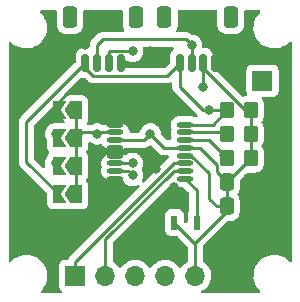
<source format=gbr>
%TF.GenerationSoftware,KiCad,Pcbnew,(6.0.7)*%
%TF.CreationDate,2022-10-15T10:30:28-05:00*%
%TF.ProjectId,ADS1219,41445331-3231-4392-9e6b-696361645f70,4*%
%TF.SameCoordinates,Original*%
%TF.FileFunction,Copper,L1,Top*%
%TF.FilePolarity,Positive*%
%FSLAX46Y46*%
G04 Gerber Fmt 4.6, Leading zero omitted, Abs format (unit mm)*
G04 Created by KiCad (PCBNEW (6.0.7)) date 2022-10-15 10:30:28*
%MOMM*%
%LPD*%
G01*
G04 APERTURE LIST*
G04 Aperture macros list*
%AMRoundRect*
0 Rectangle with rounded corners*
0 $1 Rounding radius*
0 $2 $3 $4 $5 $6 $7 $8 $9 X,Y pos of 4 corners*
0 Add a 4 corners polygon primitive as box body*
4,1,4,$2,$3,$4,$5,$6,$7,$8,$9,$2,$3,0*
0 Add four circle primitives for the rounded corners*
1,1,$1+$1,$2,$3*
1,1,$1+$1,$4,$5*
1,1,$1+$1,$6,$7*
1,1,$1+$1,$8,$9*
0 Add four rect primitives between the rounded corners*
20,1,$1+$1,$2,$3,$4,$5,0*
20,1,$1+$1,$4,$5,$6,$7,0*
20,1,$1+$1,$6,$7,$8,$9,0*
20,1,$1+$1,$8,$9,$2,$3,0*%
%AMFreePoly0*
4,1,6,1.000000,0.000000,0.500000,-0.750000,-0.500000,-0.750000,-0.500000,0.750000,0.500000,0.750000,1.000000,0.000000,1.000000,0.000000,$1*%
%AMFreePoly1*
4,1,6,0.500000,-0.750000,-0.650000,-0.750000,-0.150000,0.000000,-0.650000,0.750000,0.500000,0.750000,0.500000,-0.750000,0.500000,-0.750000,$1*%
G04 Aperture macros list end*
%TA.AperFunction,SMDPad,CuDef*%
%ADD10R,0.568000X1.258799*%
%TD*%
%TA.AperFunction,ComponentPad*%
%ADD11R,1.700000X1.700000*%
%TD*%
%TA.AperFunction,SMDPad,CuDef*%
%ADD12O,1.400000X0.449999*%
%TD*%
%TA.AperFunction,SMDPad,CuDef*%
%ADD13RoundRect,0.150000X0.150000X0.625000X-0.150000X0.625000X-0.150000X-0.625000X0.150000X-0.625000X0*%
%TD*%
%TA.AperFunction,SMDPad,CuDef*%
%ADD14RoundRect,0.250000X0.350000X0.650000X-0.350000X0.650000X-0.350000X-0.650000X0.350000X-0.650000X0*%
%TD*%
%TA.AperFunction,SMDPad,CuDef*%
%ADD15FreePoly0,180.000000*%
%TD*%
%TA.AperFunction,SMDPad,CuDef*%
%ADD16FreePoly1,180.000000*%
%TD*%
%TA.AperFunction,SMDPad,CuDef*%
%ADD17RoundRect,0.250000X0.350000X0.450000X-0.350000X0.450000X-0.350000X-0.450000X0.350000X-0.450000X0*%
%TD*%
%TA.AperFunction,SMDPad,CuDef*%
%ADD18RoundRect,0.250000X0.337500X0.475000X-0.337500X0.475000X-0.337500X-0.475000X0.337500X-0.475000X0*%
%TD*%
%TA.AperFunction,ComponentPad*%
%ADD19O,1.700000X1.700000*%
%TD*%
%TA.AperFunction,SMDPad,CuDef*%
%ADD20RoundRect,0.250000X-0.337500X-0.475000X0.337500X-0.475000X0.337500X0.475000X-0.337500X0.475000X0*%
%TD*%
%TA.AperFunction,ViaPad*%
%ADD21C,0.800000*%
%TD*%
%TA.AperFunction,Conductor*%
%ADD22C,0.250000*%
%TD*%
G04 APERTURE END LIST*
D10*
%TO.P,U2,3,GND*%
%TO.N,GND*%
X173500000Y-90484000D03*
%TO.P,U2,2,VOUT*%
%TO.N,Net-(U1-Pad9)*%
X174449960Y-92516000D03*
%TO.P,U2,1,VIN*%
%TO.N,+3.3V*%
X172550040Y-92516000D03*
%TD*%
D11*
%TO.P,J4,1,Pin_1*%
%TO.N,Net-(R2-Pad2)*%
X180000000Y-80500000D03*
%TD*%
D12*
%TO.P,U1,1,A0*%
%TO.N,GND*%
X167550001Y-84225001D03*
%TO.P,U1,2,A1*%
%TO.N,/A1*%
X167550001Y-84875002D03*
%TO.P,U1,3,RESET_N*%
%TO.N,+3.3V*%
X167550001Y-85525001D03*
%TO.P,U1,4,DGND*%
%TO.N,GND*%
X167550001Y-86175002D03*
%TO.P,U1,5,AVSS*%
X167550001Y-86825001D03*
%TO.P,U1,6,AIN3*%
%TO.N,/AIN3*%
X167550001Y-87475002D03*
%TO.P,U1,7,AIN2*%
%TO.N,/AIN2*%
X167550001Y-88125001D03*
%TO.P,U1,8,REFN*%
%TO.N,GND*%
X167550001Y-88775002D03*
%TO.P,U1,9,REFP*%
%TO.N,Net-(U1-Pad9)*%
X173450002Y-88775002D03*
%TO.P,U1,10,AIN1*%
%TO.N,/AIN1*%
X173450002Y-88125001D03*
%TO.P,U1,11,AIN0*%
%TO.N,/AIN0*%
X173450002Y-87475002D03*
%TO.P,U1,12,AVDD*%
%TO.N,+3.3V*%
X173450002Y-86825001D03*
%TO.P,U1,13,DVDD*%
X173450002Y-86175002D03*
%TO.P,U1,14,DRDY_N*%
%TO.N,Net-(R2-Pad2)*%
X173450002Y-85525001D03*
%TO.P,U1,15,SDA*%
%TO.N,/SDA*%
X173450002Y-84875002D03*
%TO.P,U1,16,SCL*%
%TO.N,/SCL*%
X173450002Y-84225001D03*
%TD*%
D13*
%TO.P,J1,1,Pin_1*%
%TO.N,GND*%
X168000000Y-79000000D03*
%TO.P,J1,2,Pin_2*%
%TO.N,+3.3V*%
X167000000Y-79000000D03*
%TO.P,J1,3,Pin_3*%
%TO.N,/SDA*%
X166000000Y-79000000D03*
%TO.P,J1,4,Pin_4*%
%TO.N,/SCL*%
X165000000Y-79000000D03*
D14*
%TO.P,J1,MP*%
%TO.N,N/C*%
X163700000Y-75125000D03*
X169300000Y-75125000D03*
%TD*%
D15*
%TO.P,JP3,1,A*%
%TO.N,/A1*%
X164225000Y-87748570D03*
D16*
%TO.P,JP3,2,B*%
%TO.N,/SDA*%
X162775000Y-87748570D03*
%TD*%
D13*
%TO.P,J3,1,Pin_1*%
%TO.N,GND*%
X176000000Y-79000000D03*
%TO.P,J3,2,Pin_2*%
%TO.N,+3.3V*%
X175000000Y-79000000D03*
%TO.P,J3,3,Pin_3*%
%TO.N,/SDA*%
X174000000Y-79000000D03*
%TO.P,J3,4,Pin_4*%
%TO.N,/SCL*%
X173000000Y-79000000D03*
D14*
%TO.P,J3,MP*%
%TO.N,N/C*%
X171700000Y-75125000D03*
X177300000Y-75125000D03*
%TD*%
D17*
%TO.P,R3,1*%
%TO.N,+3.3V*%
X179000000Y-83000000D03*
%TO.P,R3,2*%
%TO.N,/SCL*%
X177000000Y-83000000D03*
%TD*%
D15*
%TO.P,JP1,1,A*%
%TO.N,/A1*%
X164225000Y-83000000D03*
D16*
%TO.P,JP1,2,B*%
%TO.N,GND*%
X162775000Y-83000000D03*
%TD*%
D18*
%TO.P,C1,1*%
%TO.N,GND*%
X179037500Y-89096000D03*
%TO.P,C1,2*%
%TO.N,+3.3V*%
X176962500Y-89096000D03*
%TD*%
D17*
%TO.P,R2,1*%
%TO.N,+3.3V*%
X179000000Y-87064000D03*
%TO.P,R2,2*%
%TO.N,Net-(R2-Pad2)*%
X177000000Y-87064000D03*
%TD*%
%TO.P,R1,1*%
%TO.N,+3.3V*%
X179000000Y-85032000D03*
%TO.P,R1,2*%
%TO.N,/SDA*%
X177000000Y-85032000D03*
%TD*%
D11*
%TO.P,J2,1,Pin_1*%
%TO.N,/AIN0*%
X164150000Y-97000000D03*
D19*
%TO.P,J2,2,Pin_2*%
%TO.N,/AIN1*%
X166690000Y-97000000D03*
%TO.P,J2,3,Pin_3*%
%TO.N,/AIN2*%
X169230000Y-97000000D03*
%TO.P,J2,4,Pin_4*%
%TO.N,/AIN3*%
X171770000Y-97000000D03*
%TO.P,J2,5,Pin_5*%
%TO.N,+3.3V*%
X174310000Y-97000000D03*
%TO.P,J2,6,Pin_6*%
%TO.N,GND*%
X176850000Y-97000000D03*
%TD*%
D15*
%TO.P,JP4,1,A*%
%TO.N,/A1*%
X164225000Y-90122855D03*
D16*
%TO.P,JP4,2,B*%
%TO.N,/SCL*%
X162775000Y-90122855D03*
%TD*%
D15*
%TO.P,JP2,1,A*%
%TO.N,/A1*%
X164225000Y-85374285D03*
D16*
%TO.P,JP2,2,B*%
%TO.N,+3.3V*%
X162775000Y-85374285D03*
%TD*%
D20*
%TO.P,C2,1*%
%TO.N,+3.3V*%
X176962500Y-91128000D03*
%TO.P,C2,2*%
%TO.N,GND*%
X179037500Y-91128000D03*
%TD*%
D21*
%TO.N,Net-(R2-Pad2)*%
X176718000Y-86782000D03*
%TO.N,GND*%
X173000000Y-95000000D03*
X172500000Y-89500000D03*
X169000000Y-84500000D03*
X170500000Y-78000000D03*
X172000000Y-81500000D03*
X171000000Y-88000000D03*
X176000000Y-77500000D03*
X165000000Y-77500000D03*
X169000000Y-81500000D03*
%TO.N,+3.3V*%
X175000000Y-81000000D03*
X170500000Y-85000000D03*
X162500000Y-85000000D03*
X169000000Y-78000000D03*
%TO.N,/SDA*%
X177000000Y-85000000D03*
X162500000Y-87500000D03*
X174000000Y-77500000D03*
%TO.N,/SCL*%
X175500000Y-83000000D03*
%TO.N,/AIN2*%
X169000000Y-88500000D03*
%TO.N,/AIN3*%
X169000000Y-87500000D03*
%TO.N,/A1*%
X166000000Y-85000000D03*
%TD*%
D22*
%TO.N,Net-(R2-Pad2)*%
X176718000Y-86782000D02*
X177000000Y-87064000D01*
%TO.N,Net-(U1-Pad9)*%
X174449960Y-89774960D02*
X173450002Y-88775002D01*
X174449960Y-92516000D02*
X174449960Y-89774960D01*
%TO.N,+3.3V*%
X174224040Y-94190000D02*
X174310000Y-94190000D01*
X172550040Y-92516000D02*
X174224040Y-94190000D01*
X174310000Y-94190000D02*
X174310000Y-97000000D01*
X176962500Y-91537500D02*
X174310000Y-94190000D01*
X176962500Y-91128000D02*
X176962500Y-91537500D01*
X174675002Y-86175002D02*
X176122600Y-87622600D01*
X169000000Y-78000000D02*
X168947600Y-77947600D01*
X179000000Y-87064000D02*
X179000000Y-83000000D01*
X175500000Y-88339500D02*
X175500000Y-90500000D01*
X178545856Y-83000000D02*
X175000000Y-79454144D01*
X176968000Y-89096000D02*
X179000000Y-87064000D01*
X173450002Y-86175002D02*
X174675002Y-86175002D01*
X167052400Y-77947600D02*
X167000000Y-78000000D01*
X175000000Y-79454144D02*
X175000000Y-79000000D01*
X176128000Y-91128000D02*
X176962500Y-91128000D01*
X168947600Y-77947600D02*
X167052400Y-77947600D01*
X175000000Y-81000000D02*
X175000000Y-79000000D01*
X179000000Y-83000000D02*
X178545856Y-83000000D01*
X173450002Y-86825001D02*
X173985501Y-86825001D01*
X176122600Y-88256100D02*
X176962500Y-89096000D01*
X176122600Y-87622600D02*
X176122600Y-88256100D01*
X170500000Y-85000000D02*
X171675002Y-86175002D01*
X171675002Y-86175002D02*
X173450002Y-86175002D01*
X176962500Y-91128000D02*
X176962500Y-89096000D01*
X176962500Y-89096000D02*
X176968000Y-89096000D01*
X170500000Y-85000000D02*
X169974999Y-85525001D01*
X173985501Y-86825001D02*
X175500000Y-88339500D01*
X175500000Y-90500000D02*
X176128000Y-91128000D01*
X167000000Y-78000000D02*
X167000000Y-79000000D01*
X169974999Y-85525001D02*
X167550001Y-85525001D01*
%TO.N,/SDA*%
X173450002Y-84875002D02*
X176843002Y-84875002D01*
X176843002Y-84875002D02*
X177000000Y-85032000D01*
X174000000Y-77500000D02*
X174000000Y-79000000D01*
X177000000Y-85000000D02*
X177000000Y-85032000D01*
X173500000Y-77000000D02*
X166500000Y-77000000D01*
X166500000Y-77000000D02*
X166000000Y-77500000D01*
X166000000Y-77500000D02*
X166000000Y-79000000D01*
X174000000Y-77500000D02*
X173500000Y-77000000D01*
%TO.N,/SCL*%
X177000000Y-83000000D02*
X175774999Y-84225001D01*
X175774999Y-84225001D02*
X173450002Y-84225001D01*
X175000000Y-83000000D02*
X173000000Y-81000000D01*
X165000000Y-79379435D02*
X165000000Y-79000000D01*
X165000000Y-79000000D02*
X160000000Y-84000000D01*
X173000000Y-81000000D02*
X173000000Y-79000000D01*
X160000000Y-87347855D02*
X162775000Y-90122855D01*
X177000000Y-83000000D02*
X175500000Y-83000000D01*
X160000000Y-84000000D02*
X160000000Y-87347855D01*
X173000000Y-79000000D02*
X171947600Y-80052400D01*
X175500000Y-83000000D02*
X175000000Y-83000000D01*
X165672965Y-80052400D02*
X165000000Y-79379435D01*
X171947600Y-80052400D02*
X165672965Y-80052400D01*
%TO.N,/AIN0*%
X173450002Y-87475002D02*
X172500002Y-87475002D01*
X164150000Y-95825004D02*
X164150000Y-97000000D01*
X172500002Y-87475002D02*
X164150000Y-95825004D01*
%TO.N,/AIN1*%
X173450002Y-88125001D02*
X172500002Y-88125001D01*
X172500002Y-88125001D02*
X166690000Y-93935003D01*
X166690000Y-93935003D02*
X166690000Y-97000000D01*
%TO.N,/AIN2*%
X168625001Y-88125001D02*
X167550001Y-88125001D01*
X169000000Y-88500000D02*
X168625001Y-88125001D01*
%TO.N,/AIN3*%
X167574999Y-87500000D02*
X167550001Y-87475002D01*
X169000000Y-87500000D02*
X167574999Y-87500000D01*
%TO.N,Net-(R2-Pad2)*%
X173450002Y-85525001D02*
X175461001Y-85525001D01*
X175461001Y-85525001D02*
X176718000Y-86782000D01*
%TO.N,/A1*%
X164225000Y-85374285D02*
X164724283Y-84875002D01*
X166000000Y-85000000D02*
X166124998Y-84875002D01*
X166124998Y-84875002D02*
X167550001Y-84875002D01*
X164225000Y-83000000D02*
X164225000Y-90122855D01*
X164724283Y-84875002D02*
X167550001Y-84875002D01*
%TD*%
%TA.AperFunction,Conductor*%
%TO.N,GND*%
G36*
X176133621Y-74528502D02*
G01*
X176180114Y-74582158D01*
X176191500Y-74634500D01*
X176191500Y-75825400D01*
X176191837Y-75828646D01*
X176191837Y-75828650D01*
X176200208Y-75909322D01*
X176202474Y-75931166D01*
X176258450Y-76098946D01*
X176351522Y-76249348D01*
X176476697Y-76374305D01*
X176482927Y-76378145D01*
X176482928Y-76378146D01*
X176620090Y-76462694D01*
X176627262Y-76467115D01*
X176692764Y-76488841D01*
X176788611Y-76520632D01*
X176788613Y-76520632D01*
X176795139Y-76522797D01*
X176801975Y-76523497D01*
X176801978Y-76523498D01*
X176845031Y-76527909D01*
X176899600Y-76533500D01*
X177700400Y-76533500D01*
X177703646Y-76533163D01*
X177703650Y-76533163D01*
X177799308Y-76523238D01*
X177799312Y-76523237D01*
X177806166Y-76522526D01*
X177812702Y-76520345D01*
X177812704Y-76520345D01*
X177963824Y-76469927D01*
X177973946Y-76466550D01*
X178124348Y-76373478D01*
X178249305Y-76248303D01*
X178253146Y-76242072D01*
X178338275Y-76103968D01*
X178338276Y-76103966D01*
X178342115Y-76097738D01*
X178397797Y-75929861D01*
X178399902Y-75909322D01*
X178406358Y-75846307D01*
X178408500Y-75825400D01*
X178408500Y-74634500D01*
X178428502Y-74566379D01*
X178482158Y-74519886D01*
X178534500Y-74508500D01*
X179697141Y-74508500D01*
X179765262Y-74528502D01*
X179811755Y-74582158D01*
X179821859Y-74652432D01*
X179788916Y-74720832D01*
X179629557Y-74890237D01*
X179480576Y-75104991D01*
X179364975Y-75339407D01*
X179285293Y-75588335D01*
X179243279Y-75846307D01*
X179239858Y-76107655D01*
X179275104Y-76366638D01*
X179276412Y-76371124D01*
X179276412Y-76371126D01*
X179290080Y-76418019D01*
X179348243Y-76617567D01*
X179457668Y-76854928D01*
X179460231Y-76858837D01*
X179598410Y-77069596D01*
X179598414Y-77069601D01*
X179600976Y-77073509D01*
X179775018Y-77268506D01*
X179975970Y-77435637D01*
X179979973Y-77438066D01*
X180195422Y-77568804D01*
X180195426Y-77568806D01*
X180199419Y-77571229D01*
X180440455Y-77672303D01*
X180693783Y-77736641D01*
X180698434Y-77737109D01*
X180698438Y-77737110D01*
X180891308Y-77756531D01*
X180910867Y-77758500D01*
X181066354Y-77758500D01*
X181068679Y-77758327D01*
X181068685Y-77758327D01*
X181256000Y-77744407D01*
X181256004Y-77744406D01*
X181260652Y-77744061D01*
X181265200Y-77743032D01*
X181265206Y-77743031D01*
X181470849Y-77696498D01*
X181515577Y-77686377D01*
X181551769Y-77672303D01*
X181754824Y-77593340D01*
X181754827Y-77593339D01*
X181759177Y-77591647D01*
X181784229Y-77577329D01*
X181940810Y-77487835D01*
X181986098Y-77461951D01*
X182191357Y-77300138D01*
X182255294Y-77232171D01*
X182273725Y-77212578D01*
X182334969Y-77176666D01*
X182405907Y-77179566D01*
X182464015Y-77220357D01*
X182490846Y-77286088D01*
X182491500Y-77298911D01*
X182491500Y-95699708D01*
X182471498Y-95767829D01*
X182417842Y-95814322D01*
X182347568Y-95824426D01*
X182282988Y-95794932D01*
X182271497Y-95783610D01*
X182257412Y-95767829D01*
X182224982Y-95731494D01*
X182024030Y-95564363D01*
X181976844Y-95535730D01*
X181804578Y-95431196D01*
X181804574Y-95431194D01*
X181800581Y-95428771D01*
X181559545Y-95327697D01*
X181306217Y-95263359D01*
X181301566Y-95262891D01*
X181301562Y-95262890D01*
X181092271Y-95241816D01*
X181089133Y-95241500D01*
X180933646Y-95241500D01*
X180931321Y-95241673D01*
X180931315Y-95241673D01*
X180744000Y-95255593D01*
X180743996Y-95255594D01*
X180739348Y-95255939D01*
X180734800Y-95256968D01*
X180734794Y-95256969D01*
X180548399Y-95299147D01*
X180484423Y-95313623D01*
X180480071Y-95315315D01*
X180480069Y-95315316D01*
X180245176Y-95406660D01*
X180245173Y-95406661D01*
X180240823Y-95408353D01*
X180013902Y-95538049D01*
X179808643Y-95699862D01*
X179629557Y-95890237D01*
X179537981Y-96022243D01*
X179483696Y-96100494D01*
X179480576Y-96104991D01*
X179478510Y-96109181D01*
X179478508Y-96109184D01*
X179384597Y-96299618D01*
X179364975Y-96339407D01*
X179363553Y-96343850D01*
X179363552Y-96343852D01*
X179360690Y-96352792D01*
X179285293Y-96588335D01*
X179243279Y-96846307D01*
X179243218Y-96850980D01*
X179240396Y-97066590D01*
X179239858Y-97107655D01*
X179275104Y-97366638D01*
X179276412Y-97371124D01*
X179276412Y-97371126D01*
X179296098Y-97438664D01*
X179348243Y-97617567D01*
X179457668Y-97854928D01*
X179485995Y-97898134D01*
X179598410Y-98069596D01*
X179598414Y-98069601D01*
X179600976Y-98073509D01*
X179775018Y-98268506D01*
X179778611Y-98271494D01*
X179781978Y-98274746D01*
X179780400Y-98276380D01*
X179814782Y-98327680D01*
X179816149Y-98398663D01*
X179778923Y-98459118D01*
X179714922Y-98489849D01*
X179694592Y-98491500D01*
X174897160Y-98491500D01*
X174829039Y-98471498D01*
X174782546Y-98417842D01*
X174772442Y-98347568D01*
X174801936Y-98282988D01*
X174841728Y-98252349D01*
X175003346Y-98173173D01*
X175007994Y-98170896D01*
X175189860Y-98041173D01*
X175348096Y-97883489D01*
X175478453Y-97702077D01*
X175499320Y-97659857D01*
X175575136Y-97506453D01*
X175575137Y-97506451D01*
X175577430Y-97501811D01*
X175642370Y-97288069D01*
X175671529Y-97066590D01*
X175673156Y-97000000D01*
X175654852Y-96777361D01*
X175600431Y-96560702D01*
X175511354Y-96355840D01*
X175390014Y-96168277D01*
X175239670Y-96003051D01*
X175235619Y-95999852D01*
X175235615Y-95999848D01*
X175068414Y-95867800D01*
X175068410Y-95867798D01*
X175064359Y-95864598D01*
X175059835Y-95862101D01*
X175059831Y-95862098D01*
X175008608Y-95833822D01*
X174958636Y-95783390D01*
X174943500Y-95723513D01*
X174943500Y-94504594D01*
X174963502Y-94436473D01*
X174980405Y-94415499D01*
X176997499Y-92398405D01*
X177059811Y-92364379D01*
X177086594Y-92361500D01*
X177350400Y-92361500D01*
X177353646Y-92361163D01*
X177353650Y-92361163D01*
X177449308Y-92351238D01*
X177449312Y-92351237D01*
X177456166Y-92350526D01*
X177462702Y-92348345D01*
X177462704Y-92348345D01*
X177616998Y-92296868D01*
X177623946Y-92294550D01*
X177774348Y-92201478D01*
X177899305Y-92076303D01*
X177903146Y-92070072D01*
X177988275Y-91931968D01*
X177988276Y-91931966D01*
X177992115Y-91925738D01*
X178022188Y-91835070D01*
X178045632Y-91764389D01*
X178045632Y-91764387D01*
X178047797Y-91757861D01*
X178050685Y-91729680D01*
X178058172Y-91656598D01*
X178058500Y-91653400D01*
X178058500Y-90602600D01*
X178047526Y-90496834D01*
X177991550Y-90329054D01*
X177898478Y-90178652D01*
X177901212Y-90176960D01*
X177879951Y-90124462D01*
X177893107Y-90054695D01*
X177899638Y-90044508D01*
X177899305Y-90044303D01*
X177988275Y-89899968D01*
X177988276Y-89899966D01*
X177992115Y-89893738D01*
X178047797Y-89725861D01*
X178058500Y-89621400D01*
X178058500Y-88953595D01*
X178078502Y-88885474D01*
X178095405Y-88864499D01*
X178650501Y-88309404D01*
X178712813Y-88275379D01*
X178739596Y-88272500D01*
X179400400Y-88272500D01*
X179403646Y-88272163D01*
X179403650Y-88272163D01*
X179499308Y-88262238D01*
X179499312Y-88262237D01*
X179506166Y-88261526D01*
X179512702Y-88259345D01*
X179512704Y-88259345D01*
X179666998Y-88207868D01*
X179673946Y-88205550D01*
X179824348Y-88112478D01*
X179949305Y-87987303D01*
X179953146Y-87981072D01*
X180038275Y-87842968D01*
X180038276Y-87842966D01*
X180042115Y-87836738D01*
X180074461Y-87739217D01*
X180095632Y-87675389D01*
X180095632Y-87675387D01*
X180097797Y-87668861D01*
X180098512Y-87661889D01*
X180108172Y-87567598D01*
X180108500Y-87564400D01*
X180108500Y-86563600D01*
X180103202Y-86512535D01*
X180098238Y-86464692D01*
X180098237Y-86464688D01*
X180097526Y-86457834D01*
X180041550Y-86290054D01*
X179948478Y-86139652D01*
X179943296Y-86134479D01*
X179938749Y-86128742D01*
X179940551Y-86127314D01*
X179911809Y-86074774D01*
X179916819Y-86003955D01*
X179940542Y-85966976D01*
X179939596Y-85966229D01*
X179944134Y-85960483D01*
X179949305Y-85955303D01*
X179989008Y-85890893D01*
X180038275Y-85810968D01*
X180038276Y-85810966D01*
X180042115Y-85804738D01*
X180097797Y-85636861D01*
X180108500Y-85532400D01*
X180108500Y-84531600D01*
X180106866Y-84515847D01*
X180098238Y-84432692D01*
X180098237Y-84432688D01*
X180097526Y-84425834D01*
X180081318Y-84377251D01*
X180043868Y-84265002D01*
X180041550Y-84258054D01*
X179948478Y-84107652D01*
X179943296Y-84102479D01*
X179938749Y-84096742D01*
X179940551Y-84095314D01*
X179911809Y-84042774D01*
X179916819Y-83971955D01*
X179940542Y-83934976D01*
X179939596Y-83934229D01*
X179944134Y-83928483D01*
X179949305Y-83923303D01*
X179977758Y-83877144D01*
X180038275Y-83778968D01*
X180038276Y-83778966D01*
X180042115Y-83772738D01*
X180079856Y-83658953D01*
X180095632Y-83611389D01*
X180095632Y-83611387D01*
X180097797Y-83604861D01*
X180100001Y-83583356D01*
X180105356Y-83531086D01*
X180108500Y-83500400D01*
X180108500Y-82499600D01*
X180097526Y-82393834D01*
X180041550Y-82226054D01*
X179948478Y-82075652D01*
X179943296Y-82070479D01*
X179938749Y-82064742D01*
X179940742Y-82063162D01*
X179912414Y-82011376D01*
X179917425Y-81940557D01*
X179959929Y-81883689D01*
X180026430Y-81858828D01*
X180035514Y-81858500D01*
X180898134Y-81858500D01*
X180960316Y-81851745D01*
X181096705Y-81800615D01*
X181213261Y-81713261D01*
X181300615Y-81596705D01*
X181351745Y-81460316D01*
X181358500Y-81398134D01*
X181358500Y-79601866D01*
X181351745Y-79539684D01*
X181300615Y-79403295D01*
X181213261Y-79286739D01*
X181096705Y-79199385D01*
X180960316Y-79148255D01*
X180898134Y-79141500D01*
X179101866Y-79141500D01*
X179039684Y-79148255D01*
X178903295Y-79199385D01*
X178786739Y-79286739D01*
X178699385Y-79403295D01*
X178648255Y-79539684D01*
X178641500Y-79601866D01*
X178641500Y-81398134D01*
X178648255Y-81460316D01*
X178653118Y-81473288D01*
X178678822Y-81541852D01*
X178699385Y-81596705D01*
X178704768Y-81603887D01*
X178705503Y-81605230D01*
X178720672Y-81674587D01*
X178695935Y-81741135D01*
X178639147Y-81783745D01*
X178601836Y-81791500D01*
X178599600Y-81791500D01*
X178596353Y-81791837D01*
X178596351Y-81791837D01*
X178500692Y-81801762D01*
X178500688Y-81801763D01*
X178493834Y-81802474D01*
X178487300Y-81804654D01*
X178487295Y-81804655D01*
X178380565Y-81840263D01*
X178309615Y-81842847D01*
X178251594Y-81809834D01*
X177053713Y-80611952D01*
X175845405Y-79403644D01*
X175811379Y-79341332D01*
X175808500Y-79314549D01*
X175808500Y-78308498D01*
X175805562Y-78271169D01*
X175759145Y-78111399D01*
X175742107Y-78082589D01*
X175678491Y-77975020D01*
X175678489Y-77975017D01*
X175674453Y-77968193D01*
X175556807Y-77850547D01*
X175549983Y-77846511D01*
X175549980Y-77846509D01*
X175420427Y-77769892D01*
X175420428Y-77769892D01*
X175413601Y-77765855D01*
X175405990Y-77763644D01*
X175405988Y-77763643D01*
X175335039Y-77743031D01*
X175253831Y-77719438D01*
X175247426Y-77718934D01*
X175247421Y-77718933D01*
X175218958Y-77716693D01*
X175218950Y-77716693D01*
X175216502Y-77716500D01*
X175030686Y-77716500D01*
X174962565Y-77696498D01*
X174916072Y-77642842D01*
X174905376Y-77577329D01*
X174906018Y-77571229D01*
X174913504Y-77500000D01*
X174904285Y-77412289D01*
X174894232Y-77316635D01*
X174894232Y-77316633D01*
X174893542Y-77310072D01*
X174834527Y-77128444D01*
X174823742Y-77109763D01*
X174742341Y-76968774D01*
X174739040Y-76963056D01*
X174611253Y-76821134D01*
X174456752Y-76708882D01*
X174450724Y-76706198D01*
X174450722Y-76706197D01*
X174288319Y-76633891D01*
X174288318Y-76633891D01*
X174282288Y-76631206D01*
X174188887Y-76611353D01*
X174101944Y-76592872D01*
X174101939Y-76592872D01*
X174095487Y-76591500D01*
X174040309Y-76591500D01*
X173972188Y-76571498D01*
X173954058Y-76557352D01*
X173942349Y-76546357D01*
X173939505Y-76543600D01*
X173919770Y-76523865D01*
X173916573Y-76521385D01*
X173907551Y-76513680D01*
X173894122Y-76501069D01*
X173875321Y-76483414D01*
X173868375Y-76479595D01*
X173868372Y-76479593D01*
X173857566Y-76473652D01*
X173841047Y-76462801D01*
X173840583Y-76462441D01*
X173825041Y-76450386D01*
X173817772Y-76447241D01*
X173817768Y-76447238D01*
X173784463Y-76432826D01*
X173773813Y-76427609D01*
X173735060Y-76406305D01*
X173715437Y-76401267D01*
X173696734Y-76394863D01*
X173685420Y-76389967D01*
X173685419Y-76389967D01*
X173678145Y-76386819D01*
X173670322Y-76385580D01*
X173670312Y-76385577D01*
X173634476Y-76379901D01*
X173622856Y-76377495D01*
X173587711Y-76368472D01*
X173587710Y-76368472D01*
X173580030Y-76366500D01*
X173559776Y-76366500D01*
X173540065Y-76364949D01*
X173527886Y-76363020D01*
X173520057Y-76361780D01*
X173490786Y-76364547D01*
X173476039Y-76365941D01*
X173464181Y-76366500D01*
X172802130Y-76366500D01*
X172734009Y-76346498D01*
X172687516Y-76292842D01*
X172677412Y-76222568D01*
X172694870Y-76174384D01*
X172738275Y-76103968D01*
X172738276Y-76103966D01*
X172742115Y-76097738D01*
X172797797Y-75929861D01*
X172799902Y-75909322D01*
X172806358Y-75846307D01*
X172808500Y-75825400D01*
X172808500Y-74634500D01*
X172828502Y-74566379D01*
X172882158Y-74519886D01*
X172934500Y-74508500D01*
X176065500Y-74508500D01*
X176133621Y-74528502D01*
G37*
%TD.AperFunction*%
%TA.AperFunction,Conductor*%
G36*
X162533621Y-74528502D02*
G01*
X162580114Y-74582158D01*
X162591500Y-74634500D01*
X162591500Y-75825400D01*
X162591837Y-75828646D01*
X162591837Y-75828650D01*
X162600208Y-75909322D01*
X162602474Y-75931166D01*
X162658450Y-76098946D01*
X162751522Y-76249348D01*
X162876697Y-76374305D01*
X162882927Y-76378145D01*
X162882928Y-76378146D01*
X163020090Y-76462694D01*
X163027262Y-76467115D01*
X163092764Y-76488841D01*
X163188611Y-76520632D01*
X163188613Y-76520632D01*
X163195139Y-76522797D01*
X163201975Y-76523497D01*
X163201978Y-76523498D01*
X163245031Y-76527909D01*
X163299600Y-76533500D01*
X164100400Y-76533500D01*
X164103646Y-76533163D01*
X164103650Y-76533163D01*
X164199308Y-76523238D01*
X164199312Y-76523237D01*
X164206166Y-76522526D01*
X164212702Y-76520345D01*
X164212704Y-76520345D01*
X164363824Y-76469927D01*
X164373946Y-76466550D01*
X164524348Y-76373478D01*
X164649305Y-76248303D01*
X164653146Y-76242072D01*
X164738275Y-76103968D01*
X164738276Y-76103966D01*
X164742115Y-76097738D01*
X164797797Y-75929861D01*
X164799902Y-75909322D01*
X164806358Y-75846307D01*
X164808500Y-75825400D01*
X164808500Y-74634500D01*
X164828502Y-74566379D01*
X164882158Y-74519886D01*
X164934500Y-74508500D01*
X168065500Y-74508500D01*
X168133621Y-74528502D01*
X168180114Y-74582158D01*
X168191500Y-74634500D01*
X168191500Y-75825400D01*
X168191837Y-75828646D01*
X168191837Y-75828650D01*
X168200208Y-75909322D01*
X168202474Y-75931166D01*
X168258450Y-76098946D01*
X168305017Y-76174197D01*
X168323855Y-76242649D01*
X168302694Y-76310418D01*
X168248253Y-76355990D01*
X168197873Y-76366500D01*
X166578768Y-76366500D01*
X166567585Y-76365973D01*
X166560092Y-76364298D01*
X166552166Y-76364547D01*
X166552165Y-76364547D01*
X166492002Y-76366438D01*
X166488044Y-76366500D01*
X166460144Y-76366500D01*
X166456154Y-76367004D01*
X166444320Y-76367936D01*
X166400111Y-76369326D01*
X166392497Y-76371538D01*
X166392492Y-76371539D01*
X166380659Y-76374977D01*
X166361296Y-76378988D01*
X166341203Y-76381526D01*
X166333836Y-76384443D01*
X166333831Y-76384444D01*
X166300092Y-76397802D01*
X166288865Y-76401646D01*
X166246407Y-76413982D01*
X166239581Y-76418019D01*
X166228972Y-76424293D01*
X166211224Y-76432988D01*
X166192383Y-76440448D01*
X166185967Y-76445110D01*
X166185966Y-76445110D01*
X166156613Y-76466436D01*
X166146693Y-76472952D01*
X166115465Y-76491420D01*
X166115462Y-76491422D01*
X166108638Y-76495458D01*
X166094317Y-76509779D01*
X166079284Y-76522619D01*
X166062893Y-76534528D01*
X166036516Y-76566413D01*
X166034712Y-76568593D01*
X166026722Y-76577374D01*
X165607742Y-76996353D01*
X165599463Y-77003887D01*
X165592982Y-77008000D01*
X165546357Y-77057651D01*
X165543602Y-77060493D01*
X165523865Y-77080230D01*
X165521385Y-77083427D01*
X165513682Y-77092447D01*
X165483414Y-77124679D01*
X165479595Y-77131625D01*
X165479593Y-77131628D01*
X165473652Y-77142434D01*
X165462801Y-77158953D01*
X165450386Y-77174959D01*
X165447241Y-77182228D01*
X165447238Y-77182232D01*
X165432826Y-77215537D01*
X165427609Y-77226187D01*
X165406305Y-77264940D01*
X165404334Y-77272615D01*
X165404334Y-77272616D01*
X165401267Y-77284562D01*
X165394863Y-77303266D01*
X165386819Y-77321855D01*
X165385580Y-77329678D01*
X165385577Y-77329688D01*
X165379901Y-77365524D01*
X165377495Y-77377144D01*
X165366500Y-77419970D01*
X165366500Y-77440224D01*
X165364949Y-77459934D01*
X165361780Y-77479943D01*
X165362526Y-77487835D01*
X165365941Y-77523961D01*
X165366500Y-77535819D01*
X165366500Y-77591999D01*
X165346498Y-77660120D01*
X165292842Y-77706613D01*
X165230611Y-77717610D01*
X165218976Y-77716694D01*
X165218958Y-77716693D01*
X165216502Y-77716500D01*
X164783498Y-77716500D01*
X164781050Y-77716693D01*
X164781042Y-77716693D01*
X164752579Y-77718933D01*
X164752574Y-77718934D01*
X164746169Y-77719438D01*
X164664961Y-77743031D01*
X164594012Y-77763643D01*
X164594010Y-77763644D01*
X164586399Y-77765855D01*
X164579572Y-77769892D01*
X164579573Y-77769892D01*
X164450020Y-77846509D01*
X164450017Y-77846511D01*
X164443193Y-77850547D01*
X164325547Y-77968193D01*
X164321511Y-77975017D01*
X164321509Y-77975020D01*
X164257893Y-78082589D01*
X164240855Y-78111399D01*
X164194438Y-78271169D01*
X164191500Y-78308498D01*
X164191500Y-78860406D01*
X164171498Y-78928527D01*
X164154596Y-78949500D01*
X161873665Y-81230430D01*
X159607747Y-83496348D01*
X159599461Y-83503888D01*
X159592982Y-83508000D01*
X159587557Y-83513777D01*
X159546357Y-83557651D01*
X159543602Y-83560493D01*
X159523865Y-83580230D01*
X159521385Y-83583427D01*
X159513682Y-83592447D01*
X159483414Y-83624679D01*
X159479595Y-83631625D01*
X159479593Y-83631628D01*
X159473652Y-83642434D01*
X159462801Y-83658953D01*
X159450386Y-83674959D01*
X159447241Y-83682228D01*
X159447238Y-83682232D01*
X159432826Y-83715537D01*
X159427609Y-83726187D01*
X159406305Y-83764940D01*
X159404334Y-83772615D01*
X159404334Y-83772616D01*
X159401267Y-83784562D01*
X159394863Y-83803266D01*
X159386819Y-83821855D01*
X159385580Y-83829678D01*
X159385577Y-83829688D01*
X159379901Y-83865524D01*
X159377495Y-83877144D01*
X159366500Y-83919970D01*
X159366500Y-83940224D01*
X159364949Y-83959934D01*
X159361780Y-83979943D01*
X159362526Y-83987835D01*
X159365941Y-84023961D01*
X159366500Y-84035819D01*
X159366500Y-87269088D01*
X159365973Y-87280271D01*
X159364298Y-87287764D01*
X159364547Y-87295690D01*
X159364547Y-87295691D01*
X159366438Y-87355841D01*
X159366500Y-87359800D01*
X159366500Y-87387711D01*
X159366997Y-87391645D01*
X159366997Y-87391646D01*
X159367005Y-87391711D01*
X159367938Y-87403548D01*
X159369327Y-87447744D01*
X159374978Y-87467194D01*
X159378987Y-87486555D01*
X159381526Y-87506652D01*
X159384445Y-87514023D01*
X159384445Y-87514025D01*
X159397804Y-87547767D01*
X159401649Y-87558997D01*
X159413982Y-87601448D01*
X159418015Y-87608267D01*
X159418017Y-87608272D01*
X159424293Y-87618883D01*
X159432988Y-87636631D01*
X159440448Y-87655472D01*
X159445110Y-87661888D01*
X159445110Y-87661889D01*
X159466436Y-87691242D01*
X159472952Y-87701162D01*
X159495458Y-87739217D01*
X159509779Y-87753538D01*
X159522619Y-87768571D01*
X159534528Y-87784962D01*
X159540634Y-87790013D01*
X159568605Y-87813153D01*
X159577384Y-87821143D01*
X161724366Y-89968125D01*
X161758392Y-90030437D01*
X161761271Y-90057220D01*
X161761271Y-90872855D01*
X161766500Y-90945966D01*
X161807696Y-91086266D01*
X161812567Y-91093845D01*
X161881878Y-91201696D01*
X161881880Y-91201699D01*
X161886750Y-91209276D01*
X161893560Y-91215177D01*
X161990445Y-91299129D01*
X161990448Y-91299131D01*
X161997257Y-91305031D01*
X162130266Y-91365774D01*
X162139189Y-91367057D01*
X162155100Y-91369345D01*
X162275000Y-91386584D01*
X163425000Y-91386584D01*
X163427514Y-91386383D01*
X163499647Y-91380615D01*
X163499650Y-91380614D01*
X163506645Y-91380055D01*
X163513343Y-91377965D01*
X163513345Y-91377965D01*
X163533981Y-91371527D01*
X163589438Y-91367093D01*
X163647214Y-91375400D01*
X163725000Y-91386584D01*
X164725000Y-91386584D01*
X164761087Y-91384003D01*
X164791373Y-91381837D01*
X164791374Y-91381837D01*
X164798111Y-91381355D01*
X164877618Y-91358010D01*
X164929765Y-91342698D01*
X164929767Y-91342697D01*
X164938411Y-91340159D01*
X165002255Y-91299129D01*
X165053841Y-91265977D01*
X165053844Y-91265975D01*
X165061421Y-91261105D01*
X165067322Y-91254295D01*
X165151274Y-91157410D01*
X165151276Y-91157407D01*
X165157176Y-91150598D01*
X165217919Y-91017589D01*
X165238729Y-90872855D01*
X165238729Y-89372855D01*
X165233500Y-89299744D01*
X165192304Y-89159444D01*
X165167035Y-89120125D01*
X165118122Y-89044014D01*
X165118120Y-89044011D01*
X165113250Y-89036434D01*
X165106439Y-89030532D01*
X165106437Y-89030530D01*
X165104823Y-89029131D01*
X165103669Y-89027335D01*
X165100539Y-89023723D01*
X165101059Y-89023273D01*
X165066442Y-88969404D01*
X165066444Y-88898407D01*
X165092115Y-88851397D01*
X165151274Y-88783125D01*
X165151276Y-88783122D01*
X165157176Y-88776313D01*
X165217919Y-88643304D01*
X165238729Y-88498570D01*
X165238729Y-86998570D01*
X165233500Y-86925459D01*
X165199614Y-86810053D01*
X165194843Y-86793805D01*
X165194842Y-86793803D01*
X165192304Y-86785159D01*
X165164680Y-86742176D01*
X165118122Y-86669729D01*
X165118120Y-86669726D01*
X165113250Y-86662149D01*
X165106439Y-86656247D01*
X165106437Y-86656245D01*
X165104823Y-86654846D01*
X165103669Y-86653050D01*
X165100539Y-86649438D01*
X165101059Y-86648988D01*
X165066442Y-86595119D01*
X165066444Y-86524122D01*
X165092115Y-86477112D01*
X165151274Y-86408840D01*
X165151276Y-86408837D01*
X165157176Y-86402028D01*
X165217919Y-86269019D01*
X165238729Y-86124285D01*
X165238729Y-85817161D01*
X165258731Y-85749040D01*
X165312387Y-85702547D01*
X165382661Y-85692443D01*
X165438790Y-85715225D01*
X165537906Y-85787237D01*
X165543248Y-85791118D01*
X165549276Y-85793802D01*
X165549278Y-85793803D01*
X165708110Y-85864519D01*
X165717712Y-85868794D01*
X165811113Y-85888647D01*
X165898056Y-85907128D01*
X165898061Y-85907128D01*
X165904513Y-85908500D01*
X166095487Y-85908500D01*
X166101939Y-85907128D01*
X166101944Y-85907128D01*
X166240660Y-85877642D01*
X166282288Y-85868794D01*
X166288321Y-85866108D01*
X166288324Y-85866107D01*
X166291322Y-85864772D01*
X166293211Y-85864519D01*
X166294598Y-85864068D01*
X166294680Y-85864322D01*
X166361690Y-85855339D01*
X166425986Y-85885448D01*
X166444050Y-85905198D01*
X166497090Y-85977271D01*
X166534901Y-86028651D01*
X166665252Y-86139392D01*
X166706987Y-86160703D01*
X166791542Y-86203879D01*
X166817582Y-86217176D01*
X166824688Y-86218915D01*
X166824691Y-86218916D01*
X166903613Y-86238228D01*
X166983721Y-86257830D01*
X166989323Y-86258178D01*
X166989326Y-86258178D01*
X166992581Y-86258380D01*
X166992591Y-86258380D01*
X166994520Y-86258500D01*
X168067828Y-86258500D01*
X168157196Y-86248081D01*
X168187620Y-86244534D01*
X168187622Y-86244534D01*
X168194892Y-86243686D01*
X168201770Y-86241190D01*
X168201772Y-86241189D01*
X168348790Y-86187824D01*
X168355669Y-86185327D01*
X168365120Y-86179131D01*
X168367671Y-86178369D01*
X168368336Y-86178036D01*
X168368395Y-86178153D01*
X168434207Y-86158501D01*
X169896232Y-86158501D01*
X169907415Y-86159028D01*
X169914908Y-86160703D01*
X169922834Y-86160454D01*
X169922835Y-86160454D01*
X169982985Y-86158563D01*
X169986944Y-86158501D01*
X170014855Y-86158501D01*
X170018790Y-86158004D01*
X170018855Y-86157996D01*
X170030692Y-86157063D01*
X170062950Y-86156049D01*
X170066969Y-86155923D01*
X170074888Y-86155674D01*
X170094342Y-86150022D01*
X170113699Y-86146014D01*
X170125929Y-86144469D01*
X170125930Y-86144469D01*
X170133796Y-86143475D01*
X170141167Y-86140556D01*
X170141169Y-86140556D01*
X170174911Y-86127197D01*
X170186141Y-86123352D01*
X170220982Y-86113230D01*
X170220983Y-86113230D01*
X170228592Y-86111019D01*
X170235411Y-86106986D01*
X170235416Y-86106984D01*
X170246027Y-86100708D01*
X170263775Y-86092013D01*
X170282616Y-86084553D01*
X170318386Y-86058565D01*
X170328306Y-86052049D01*
X170359534Y-86033581D01*
X170359537Y-86033579D01*
X170366361Y-86029543D01*
X170380682Y-86015222D01*
X170395716Y-86002381D01*
X170405693Y-85995132D01*
X170412106Y-85990473D01*
X170416749Y-85984860D01*
X170479846Y-85952939D01*
X170550468Y-85960228D01*
X170591842Y-85987746D01*
X170887919Y-86283824D01*
X171171355Y-86567260D01*
X171178889Y-86575539D01*
X171183002Y-86582020D01*
X171200800Y-86598733D01*
X171232653Y-86628645D01*
X171235495Y-86631400D01*
X171255232Y-86651137D01*
X171258429Y-86653617D01*
X171267449Y-86661320D01*
X171299681Y-86691588D01*
X171306627Y-86695407D01*
X171306630Y-86695409D01*
X171317436Y-86701350D01*
X171333955Y-86712201D01*
X171349961Y-86724616D01*
X171357230Y-86727761D01*
X171357234Y-86727764D01*
X171390539Y-86742176D01*
X171401189Y-86747393D01*
X171439942Y-86768697D01*
X171447617Y-86770668D01*
X171447618Y-86770668D01*
X171459564Y-86773735D01*
X171478269Y-86780139D01*
X171496857Y-86788183D01*
X171504680Y-86789422D01*
X171504690Y-86789425D01*
X171540526Y-86795101D01*
X171552146Y-86797507D01*
X171587291Y-86806530D01*
X171594972Y-86808502D01*
X171615226Y-86808502D01*
X171634936Y-86810053D01*
X171654945Y-86813222D01*
X171662837Y-86812476D01*
X171698963Y-86809061D01*
X171710821Y-86808502D01*
X171961435Y-86808502D01*
X172029556Y-86828504D01*
X172076049Y-86882160D01*
X172086153Y-86952434D01*
X172058520Y-87014817D01*
X172034704Y-87043606D01*
X172026714Y-87052386D01*
X170001721Y-89077378D01*
X169939409Y-89111404D01*
X169868593Y-89106339D01*
X169811758Y-89063792D01*
X169786947Y-88997272D01*
X169803506Y-88925286D01*
X169834527Y-88871556D01*
X169893542Y-88689928D01*
X169899983Y-88628651D01*
X169912814Y-88506565D01*
X169913504Y-88500000D01*
X169908315Y-88450631D01*
X169894232Y-88316635D01*
X169894232Y-88316633D01*
X169893542Y-88310072D01*
X169834527Y-88128444D01*
X169796743Y-88063000D01*
X169780005Y-87994005D01*
X169796743Y-87937000D01*
X169831223Y-87877279D01*
X169831224Y-87877278D01*
X169834527Y-87871556D01*
X169893542Y-87689928D01*
X169897164Y-87655472D01*
X169912814Y-87506565D01*
X169913504Y-87500000D01*
X169901702Y-87387711D01*
X169894232Y-87316635D01*
X169894232Y-87316633D01*
X169893542Y-87310072D01*
X169834527Y-87128444D01*
X169739040Y-86963056D01*
X169722719Y-86944929D01*
X169615675Y-86826045D01*
X169615674Y-86826044D01*
X169611253Y-86821134D01*
X169501651Y-86741503D01*
X169462094Y-86712763D01*
X169462093Y-86712762D01*
X169456752Y-86708882D01*
X169450724Y-86706198D01*
X169450722Y-86706197D01*
X169288319Y-86633891D01*
X169288318Y-86633891D01*
X169282288Y-86631206D01*
X169184028Y-86610320D01*
X169101944Y-86592872D01*
X169101939Y-86592872D01*
X169095487Y-86591500D01*
X168904513Y-86591500D01*
X168898061Y-86592872D01*
X168898056Y-86592872D01*
X168815972Y-86610320D01*
X168717712Y-86631206D01*
X168711682Y-86633891D01*
X168711681Y-86633891D01*
X168549278Y-86706197D01*
X168549276Y-86706198D01*
X168543248Y-86708882D01*
X168537907Y-86712762D01*
X168537906Y-86712763D01*
X168438353Y-86785093D01*
X168371485Y-86808951D01*
X168306990Y-86795373D01*
X168288939Y-86786156D01*
X168282420Y-86782827D01*
X168275314Y-86781088D01*
X168275311Y-86781087D01*
X168184287Y-86758814D01*
X168116281Y-86742173D01*
X168110679Y-86741825D01*
X168110676Y-86741825D01*
X168107421Y-86741623D01*
X168107411Y-86741623D01*
X168105482Y-86741503D01*
X167032174Y-86741503D01*
X166942806Y-86751922D01*
X166912382Y-86755469D01*
X166912380Y-86755469D01*
X166905110Y-86756317D01*
X166898232Y-86758813D01*
X166898230Y-86758814D01*
X166751211Y-86812179D01*
X166751208Y-86812181D01*
X166744333Y-86814676D01*
X166601295Y-86908457D01*
X166483666Y-87032628D01*
X166397758Y-87180529D01*
X166395637Y-87187533D01*
X166395635Y-87187537D01*
X166350303Y-87337213D01*
X166348179Y-87344226D01*
X166337589Y-87514939D01*
X166366554Y-87683509D01*
X166369419Y-87690243D01*
X166369420Y-87690245D01*
X166392888Y-87745397D01*
X166401155Y-87815911D01*
X166397538Y-87831254D01*
X166365511Y-87937000D01*
X166348179Y-87994225D01*
X166347726Y-88001535D01*
X166347725Y-88001538D01*
X166343913Y-88063000D01*
X166337589Y-88164938D01*
X166338829Y-88172154D01*
X166338829Y-88172156D01*
X166345885Y-88213221D01*
X166366554Y-88333508D01*
X166433523Y-88490893D01*
X166534901Y-88628651D01*
X166665252Y-88739392D01*
X166817582Y-88817176D01*
X166824688Y-88818915D01*
X166824691Y-88818916D01*
X166903613Y-88838228D01*
X166983721Y-88857830D01*
X166989323Y-88858178D01*
X166989326Y-88858178D01*
X166992581Y-88858380D01*
X166992591Y-88858380D01*
X166994520Y-88858500D01*
X168067828Y-88858500D01*
X168071469Y-88858075D01*
X168075108Y-88857864D01*
X168075182Y-88859142D01*
X168139951Y-88870233D01*
X168193675Y-88920403D01*
X168260960Y-89036944D01*
X168265378Y-89041851D01*
X168265379Y-89041852D01*
X168379044Y-89168090D01*
X168388747Y-89178866D01*
X168543248Y-89291118D01*
X168549276Y-89293802D01*
X168549278Y-89293803D01*
X168577756Y-89306482D01*
X168717712Y-89368794D01*
X168811112Y-89388647D01*
X168898056Y-89407128D01*
X168898061Y-89407128D01*
X168904513Y-89408500D01*
X169095487Y-89408500D01*
X169101939Y-89407128D01*
X169101944Y-89407128D01*
X169188888Y-89388647D01*
X169282288Y-89368794D01*
X169288315Y-89366111D01*
X169288323Y-89366108D01*
X169432750Y-89301805D01*
X169503117Y-89292371D01*
X169567414Y-89322478D01*
X169605227Y-89382567D01*
X169604551Y-89453560D01*
X169573093Y-89506006D01*
X163757747Y-95321352D01*
X163749461Y-95328892D01*
X163742982Y-95333004D01*
X163737557Y-95338781D01*
X163696357Y-95382655D01*
X163693602Y-95385497D01*
X163673865Y-95405234D01*
X163671385Y-95408431D01*
X163663682Y-95417451D01*
X163633414Y-95449683D01*
X163629595Y-95456629D01*
X163629593Y-95456632D01*
X163623652Y-95467438D01*
X163612801Y-95483957D01*
X163600386Y-95499963D01*
X163597241Y-95507232D01*
X163597238Y-95507236D01*
X163582826Y-95540541D01*
X163577605Y-95551199D01*
X163571704Y-95561934D01*
X163563861Y-95576200D01*
X163513516Y-95626259D01*
X163453446Y-95641500D01*
X163251866Y-95641500D01*
X163189684Y-95648255D01*
X163053295Y-95699385D01*
X162936739Y-95786739D01*
X162849385Y-95903295D01*
X162798255Y-96039684D01*
X162791500Y-96101866D01*
X162791500Y-97898134D01*
X162798255Y-97960316D01*
X162849385Y-98096705D01*
X162936739Y-98213261D01*
X162943919Y-98218642D01*
X162943920Y-98218643D01*
X163005339Y-98264674D01*
X163047854Y-98321533D01*
X163052880Y-98392352D01*
X163018820Y-98454645D01*
X162956489Y-98488635D01*
X162929774Y-98491500D01*
X161322859Y-98491500D01*
X161254738Y-98471498D01*
X161208245Y-98417842D01*
X161198141Y-98347568D01*
X161231084Y-98279167D01*
X161240485Y-98269174D01*
X161390443Y-98109763D01*
X161526856Y-97913126D01*
X161536759Y-97898851D01*
X161536761Y-97898848D01*
X161539424Y-97895009D01*
X161632496Y-97706277D01*
X161652960Y-97664781D01*
X161652961Y-97664778D01*
X161655025Y-97660593D01*
X161734707Y-97411665D01*
X161776721Y-97153693D01*
X161780142Y-96892345D01*
X161744896Y-96633362D01*
X161730473Y-96583877D01*
X161673068Y-96386932D01*
X161671757Y-96382433D01*
X161659498Y-96355840D01*
X161575030Y-96172617D01*
X161562332Y-96145072D01*
X161511500Y-96067540D01*
X161421590Y-95930404D01*
X161421586Y-95930399D01*
X161419024Y-95926491D01*
X161244982Y-95731494D01*
X161044030Y-95564363D01*
X160996844Y-95535730D01*
X160824578Y-95431196D01*
X160824574Y-95431194D01*
X160820581Y-95428771D01*
X160579545Y-95327697D01*
X160326217Y-95263359D01*
X160321566Y-95262891D01*
X160321562Y-95262890D01*
X160112271Y-95241816D01*
X160109133Y-95241500D01*
X159953646Y-95241500D01*
X159951321Y-95241673D01*
X159951315Y-95241673D01*
X159764000Y-95255593D01*
X159763996Y-95255594D01*
X159759348Y-95255939D01*
X159754800Y-95256968D01*
X159754794Y-95256969D01*
X159568399Y-95299147D01*
X159504423Y-95313623D01*
X159500071Y-95315315D01*
X159500069Y-95315316D01*
X159265176Y-95406660D01*
X159265173Y-95406661D01*
X159260823Y-95408353D01*
X159033902Y-95538049D01*
X158828643Y-95699862D01*
X158739211Y-95794932D01*
X158726275Y-95808683D01*
X158665031Y-95844595D01*
X158594094Y-95841695D01*
X158535985Y-95800904D01*
X158509154Y-95735173D01*
X158508500Y-95722350D01*
X158508500Y-77300292D01*
X158528502Y-77232171D01*
X158582158Y-77185678D01*
X158652432Y-77175574D01*
X158717012Y-77205068D01*
X158728499Y-77216386D01*
X158775018Y-77268506D01*
X158975970Y-77435637D01*
X158979973Y-77438066D01*
X159195422Y-77568804D01*
X159195426Y-77568806D01*
X159199419Y-77571229D01*
X159440455Y-77672303D01*
X159693783Y-77736641D01*
X159698434Y-77737109D01*
X159698438Y-77737110D01*
X159891308Y-77756531D01*
X159910867Y-77758500D01*
X160066354Y-77758500D01*
X160068679Y-77758327D01*
X160068685Y-77758327D01*
X160256000Y-77744407D01*
X160256004Y-77744406D01*
X160260652Y-77744061D01*
X160265200Y-77743032D01*
X160265206Y-77743031D01*
X160470849Y-77696498D01*
X160515577Y-77686377D01*
X160551769Y-77672303D01*
X160754824Y-77593340D01*
X160754827Y-77593339D01*
X160759177Y-77591647D01*
X160784229Y-77577329D01*
X160940810Y-77487835D01*
X160986098Y-77461951D01*
X161191357Y-77300138D01*
X161370443Y-77109763D01*
X161519424Y-76895009D01*
X161635025Y-76660593D01*
X161661664Y-76577374D01*
X161713280Y-76416123D01*
X161714707Y-76411665D01*
X161756721Y-76153693D01*
X161759548Y-75937704D01*
X161760081Y-75897022D01*
X161760081Y-75897019D01*
X161760142Y-75892345D01*
X161724896Y-75633362D01*
X161710473Y-75583877D01*
X161653068Y-75386932D01*
X161651757Y-75382433D01*
X161542332Y-75145072D01*
X161489663Y-75064739D01*
X161401590Y-74930404D01*
X161401586Y-74930399D01*
X161399024Y-74926491D01*
X161224982Y-74731494D01*
X161221389Y-74728506D01*
X161218022Y-74725254D01*
X161219600Y-74723620D01*
X161185218Y-74672320D01*
X161183851Y-74601337D01*
X161221077Y-74540882D01*
X161285078Y-74510151D01*
X161305408Y-74508500D01*
X162465500Y-74508500D01*
X162533621Y-74528502D01*
G37*
%TD.AperFunction*%
%TA.AperFunction,Conductor*%
G36*
X172383408Y-89241665D02*
G01*
X172431126Y-89273521D01*
X172434902Y-89278652D01*
X172565253Y-89389393D01*
X172717583Y-89467177D01*
X172724689Y-89468916D01*
X172724692Y-89468917D01*
X172803614Y-89488229D01*
X172883722Y-89507831D01*
X172889324Y-89508179D01*
X172889327Y-89508179D01*
X172892582Y-89508381D01*
X172892592Y-89508381D01*
X172894521Y-89508501D01*
X173235407Y-89508501D01*
X173303528Y-89528503D01*
X173324502Y-89545406D01*
X173779555Y-90000459D01*
X173813581Y-90062771D01*
X173816460Y-90089554D01*
X173816460Y-91463003D01*
X173796458Y-91531124D01*
X173791286Y-91538568D01*
X173720731Y-91632709D01*
X173720730Y-91632711D01*
X173715345Y-91639896D01*
X173664215Y-91776285D01*
X173657460Y-91838467D01*
X173657460Y-92423325D01*
X173637458Y-92491446D01*
X173583802Y-92537939D01*
X173513528Y-92548043D01*
X173448948Y-92518549D01*
X173442365Y-92512420D01*
X173379445Y-92449500D01*
X173345419Y-92387188D01*
X173342540Y-92360405D01*
X173342540Y-91838467D01*
X173335785Y-91776285D01*
X173284655Y-91639896D01*
X173197301Y-91523340D01*
X173080745Y-91435986D01*
X172944356Y-91384856D01*
X172882174Y-91378101D01*
X172217906Y-91378101D01*
X172155724Y-91384856D01*
X172019335Y-91435986D01*
X171902779Y-91523340D01*
X171815425Y-91639896D01*
X171764295Y-91776285D01*
X171757540Y-91838467D01*
X171757540Y-93193533D01*
X171764295Y-93255715D01*
X171815425Y-93392104D01*
X171902779Y-93508660D01*
X172019335Y-93596014D01*
X172155724Y-93647144D01*
X172217906Y-93653899D01*
X172739845Y-93653899D01*
X172807966Y-93673901D01*
X172828940Y-93690804D01*
X173639595Y-94501459D01*
X173673621Y-94563771D01*
X173676500Y-94590554D01*
X173676500Y-95721692D01*
X173656498Y-95789813D01*
X173608683Y-95833453D01*
X173583607Y-95846507D01*
X173579474Y-95849610D01*
X173579471Y-95849612D01*
X173409100Y-95977530D01*
X173404965Y-95980635D01*
X173401393Y-95984373D01*
X173282121Y-96109184D01*
X173250629Y-96142138D01*
X173143201Y-96299621D01*
X173088293Y-96344621D01*
X173017768Y-96352792D01*
X172954021Y-96321538D01*
X172933324Y-96297054D01*
X172852822Y-96172617D01*
X172852820Y-96172614D01*
X172850014Y-96168277D01*
X172699670Y-96003051D01*
X172695619Y-95999852D01*
X172695615Y-95999848D01*
X172528414Y-95867800D01*
X172528410Y-95867798D01*
X172524359Y-95864598D01*
X172519831Y-95862098D01*
X172433284Y-95814322D01*
X172328789Y-95756638D01*
X172323920Y-95754914D01*
X172323916Y-95754912D01*
X172123087Y-95683795D01*
X172123083Y-95683794D01*
X172118212Y-95682069D01*
X172113119Y-95681162D01*
X172113116Y-95681161D01*
X171903373Y-95643800D01*
X171903367Y-95643799D01*
X171898284Y-95642894D01*
X171824452Y-95641992D01*
X171680081Y-95640228D01*
X171680079Y-95640228D01*
X171674911Y-95640165D01*
X171454091Y-95673955D01*
X171241756Y-95743357D01*
X171211443Y-95759137D01*
X171067975Y-95833822D01*
X171043607Y-95846507D01*
X171039474Y-95849610D01*
X171039471Y-95849612D01*
X170869100Y-95977530D01*
X170864965Y-95980635D01*
X170861393Y-95984373D01*
X170742121Y-96109184D01*
X170710629Y-96142138D01*
X170603201Y-96299621D01*
X170548293Y-96344621D01*
X170477768Y-96352792D01*
X170414021Y-96321538D01*
X170393324Y-96297054D01*
X170312822Y-96172617D01*
X170312820Y-96172614D01*
X170310014Y-96168277D01*
X170159670Y-96003051D01*
X170155619Y-95999852D01*
X170155615Y-95999848D01*
X169988414Y-95867800D01*
X169988410Y-95867798D01*
X169984359Y-95864598D01*
X169979831Y-95862098D01*
X169893284Y-95814322D01*
X169788789Y-95756638D01*
X169783920Y-95754914D01*
X169783916Y-95754912D01*
X169583087Y-95683795D01*
X169583083Y-95683794D01*
X169578212Y-95682069D01*
X169573119Y-95681162D01*
X169573116Y-95681161D01*
X169363373Y-95643800D01*
X169363367Y-95643799D01*
X169358284Y-95642894D01*
X169284452Y-95641992D01*
X169140081Y-95640228D01*
X169140079Y-95640228D01*
X169134911Y-95640165D01*
X168914091Y-95673955D01*
X168701756Y-95743357D01*
X168671443Y-95759137D01*
X168527975Y-95833822D01*
X168503607Y-95846507D01*
X168499474Y-95849610D01*
X168499471Y-95849612D01*
X168329100Y-95977530D01*
X168324965Y-95980635D01*
X168321393Y-95984373D01*
X168202121Y-96109184D01*
X168170629Y-96142138D01*
X168063201Y-96299621D01*
X168008293Y-96344621D01*
X167937768Y-96352792D01*
X167874021Y-96321538D01*
X167853324Y-96297054D01*
X167772822Y-96172617D01*
X167772820Y-96172614D01*
X167770014Y-96168277D01*
X167619670Y-96003051D01*
X167615619Y-95999852D01*
X167615615Y-95999848D01*
X167448414Y-95867800D01*
X167448410Y-95867798D01*
X167444359Y-95864598D01*
X167439835Y-95862101D01*
X167439831Y-95862098D01*
X167388608Y-95833822D01*
X167338636Y-95783390D01*
X167323500Y-95723513D01*
X167323500Y-94249597D01*
X167343502Y-94181476D01*
X167360405Y-94160502D01*
X172250281Y-89270626D01*
X172312593Y-89236600D01*
X172383408Y-89241665D01*
G37*
%TD.AperFunction*%
%TA.AperFunction,Conductor*%
G36*
X164716351Y-80271899D02*
G01*
X164746169Y-80280562D01*
X164752574Y-80281066D01*
X164752579Y-80281067D01*
X164781042Y-80283307D01*
X164781050Y-80283307D01*
X164783498Y-80283500D01*
X164955971Y-80283500D01*
X165024092Y-80303502D01*
X165045066Y-80320405D01*
X165169308Y-80444647D01*
X165176852Y-80452937D01*
X165180965Y-80459418D01*
X165186742Y-80464843D01*
X165230632Y-80506058D01*
X165233474Y-80508813D01*
X165253195Y-80528534D01*
X165256390Y-80531012D01*
X165265412Y-80538718D01*
X165297644Y-80568986D01*
X165304593Y-80572806D01*
X165315397Y-80578746D01*
X165331921Y-80589599D01*
X165347924Y-80602013D01*
X165388508Y-80619576D01*
X165399138Y-80624783D01*
X165437905Y-80646095D01*
X165445582Y-80648066D01*
X165445587Y-80648068D01*
X165457523Y-80651132D01*
X165476231Y-80657537D01*
X165494820Y-80665581D01*
X165502648Y-80666821D01*
X165502655Y-80666823D01*
X165538489Y-80672499D01*
X165550109Y-80674905D01*
X165581924Y-80683073D01*
X165592935Y-80685900D01*
X165613189Y-80685900D01*
X165632899Y-80687451D01*
X165652908Y-80690620D01*
X165660800Y-80689874D01*
X165679545Y-80688102D01*
X165696927Y-80686459D01*
X165708784Y-80685900D01*
X171868833Y-80685900D01*
X171880016Y-80686427D01*
X171887509Y-80688102D01*
X171895435Y-80687853D01*
X171895436Y-80687853D01*
X171955586Y-80685962D01*
X171959545Y-80685900D01*
X171987456Y-80685900D01*
X171991391Y-80685403D01*
X171991456Y-80685395D01*
X172003293Y-80684462D01*
X172035551Y-80683448D01*
X172039570Y-80683322D01*
X172047489Y-80683073D01*
X172066943Y-80677421D01*
X172086300Y-80673413D01*
X172098530Y-80671868D01*
X172098531Y-80671868D01*
X172106397Y-80670874D01*
X172113768Y-80667955D01*
X172113770Y-80667955D01*
X172147512Y-80654596D01*
X172158742Y-80650751D01*
X172187913Y-80642276D01*
X172201192Y-80638418D01*
X172201820Y-80640578D01*
X172260922Y-80633283D01*
X172324900Y-80664062D01*
X172362082Y-80724543D01*
X172366500Y-80757617D01*
X172366500Y-80921233D01*
X172365973Y-80932416D01*
X172364298Y-80939909D01*
X172364547Y-80947835D01*
X172364547Y-80947836D01*
X172366438Y-81007986D01*
X172366500Y-81011945D01*
X172366500Y-81039856D01*
X172366997Y-81043790D01*
X172366997Y-81043791D01*
X172367005Y-81043856D01*
X172367938Y-81055693D01*
X172369327Y-81099889D01*
X172374978Y-81119339D01*
X172378987Y-81138700D01*
X172381526Y-81158797D01*
X172384445Y-81166168D01*
X172384445Y-81166170D01*
X172397804Y-81199912D01*
X172401649Y-81211142D01*
X172413982Y-81253593D01*
X172418015Y-81260412D01*
X172418017Y-81260417D01*
X172424293Y-81271028D01*
X172432988Y-81288776D01*
X172440448Y-81307617D01*
X172445110Y-81314033D01*
X172445110Y-81314034D01*
X172466436Y-81343387D01*
X172472952Y-81353307D01*
X172483745Y-81371556D01*
X172495458Y-81391362D01*
X172509779Y-81405683D01*
X172522619Y-81420716D01*
X172534528Y-81437107D01*
X172540634Y-81442158D01*
X172568605Y-81465298D01*
X172577384Y-81473288D01*
X174480501Y-83376406D01*
X174514527Y-83438718D01*
X174509462Y-83509534D01*
X174466915Y-83566369D01*
X174400395Y-83591180D01*
X174391406Y-83591501D01*
X174327637Y-83591501D01*
X174270336Y-83577718D01*
X174188937Y-83536153D01*
X174188935Y-83536152D01*
X174182421Y-83532826D01*
X174175315Y-83531087D01*
X174175312Y-83531086D01*
X174096390Y-83511774D01*
X174016282Y-83492172D01*
X174010680Y-83491824D01*
X174010677Y-83491824D01*
X174007422Y-83491622D01*
X174007412Y-83491622D01*
X174005483Y-83491502D01*
X172932175Y-83491502D01*
X172842807Y-83501921D01*
X172812383Y-83505468D01*
X172812381Y-83505468D01*
X172805111Y-83506316D01*
X172798233Y-83508812D01*
X172798231Y-83508813D01*
X172651212Y-83562178D01*
X172651209Y-83562180D01*
X172644334Y-83564675D01*
X172593472Y-83598022D01*
X172512490Y-83651117D01*
X172501296Y-83658456D01*
X172383667Y-83782627D01*
X172356332Y-83829688D01*
X172301956Y-83923303D01*
X172297759Y-83930528D01*
X172295638Y-83937532D01*
X172295636Y-83937536D01*
X172263763Y-84042774D01*
X172248180Y-84094225D01*
X172247727Y-84101535D01*
X172247726Y-84101538D01*
X172244381Y-84155469D01*
X172237590Y-84264938D01*
X172238830Y-84272154D01*
X172238830Y-84272156D01*
X172264113Y-84419296D01*
X172266555Y-84433508D01*
X172269418Y-84440236D01*
X172269419Y-84440240D01*
X172292890Y-84495400D01*
X172301156Y-84565913D01*
X172297540Y-84581253D01*
X172248180Y-84744226D01*
X172247727Y-84751536D01*
X172247726Y-84751539D01*
X172244485Y-84803794D01*
X172237590Y-84914939D01*
X172266555Y-85083509D01*
X172269420Y-85090243D01*
X172269421Y-85090245D01*
X172292889Y-85145397D01*
X172301156Y-85215911D01*
X172297539Y-85231254D01*
X172248180Y-85394225D01*
X172247727Y-85401535D01*
X172247726Y-85401538D01*
X172246376Y-85423304D01*
X172222194Y-85490056D01*
X172165763Y-85533137D01*
X172120618Y-85541502D01*
X171989596Y-85541502D01*
X171921475Y-85521500D01*
X171900501Y-85504597D01*
X171447122Y-85051218D01*
X171413096Y-84988906D01*
X171410907Y-84975293D01*
X171394232Y-84816635D01*
X171394232Y-84816633D01*
X171393542Y-84810072D01*
X171334527Y-84628444D01*
X171239040Y-84463056D01*
X171218497Y-84440240D01*
X171115675Y-84326045D01*
X171115674Y-84326044D01*
X171111253Y-84321134D01*
X170956752Y-84208882D01*
X170950724Y-84206198D01*
X170950722Y-84206197D01*
X170788319Y-84133891D01*
X170788318Y-84133891D01*
X170782288Y-84131206D01*
X170676392Y-84108697D01*
X170601944Y-84092872D01*
X170601939Y-84092872D01*
X170595487Y-84091500D01*
X170404513Y-84091500D01*
X170398061Y-84092872D01*
X170398056Y-84092872D01*
X170323608Y-84108697D01*
X170217712Y-84131206D01*
X170211682Y-84133891D01*
X170211681Y-84133891D01*
X170049278Y-84206197D01*
X170049276Y-84206198D01*
X170043248Y-84208882D01*
X169888747Y-84321134D01*
X169884326Y-84326044D01*
X169884325Y-84326045D01*
X169781504Y-84440240D01*
X169760960Y-84463056D01*
X169665473Y-84628444D01*
X169650765Y-84673710D01*
X169608289Y-84804437D01*
X169568215Y-84863043D01*
X169502819Y-84890680D01*
X169488456Y-84891501D01*
X168878306Y-84891501D01*
X168810185Y-84871499D01*
X168763692Y-84817843D01*
X168754126Y-84786838D01*
X168734688Y-84673710D01*
X168734687Y-84673708D01*
X168733448Y-84666495D01*
X168696869Y-84580529D01*
X168669346Y-84515847D01*
X168669345Y-84515845D01*
X168666479Y-84509110D01*
X168565101Y-84371352D01*
X168434750Y-84260611D01*
X168339902Y-84212179D01*
X168288936Y-84186154D01*
X168288934Y-84186153D01*
X168282420Y-84182827D01*
X168275314Y-84181088D01*
X168275311Y-84181087D01*
X168176796Y-84156981D01*
X168116281Y-84142173D01*
X168110679Y-84141825D01*
X168110676Y-84141825D01*
X168107421Y-84141623D01*
X168107411Y-84141623D01*
X168105482Y-84141503D01*
X167032174Y-84141503D01*
X166942806Y-84151922D01*
X166912382Y-84155469D01*
X166912380Y-84155469D01*
X166905110Y-84156317D01*
X166898232Y-84158813D01*
X166898230Y-84158814D01*
X166760295Y-84208882D01*
X166744333Y-84214676D01*
X166738214Y-84218688D01*
X166734883Y-84220872D01*
X166732331Y-84221634D01*
X166731666Y-84221967D01*
X166731607Y-84221850D01*
X166665795Y-84241502D01*
X166542590Y-84241502D01*
X166474469Y-84221500D01*
X166468528Y-84217437D01*
X166462096Y-84212764D01*
X166462091Y-84212761D01*
X166456752Y-84208882D01*
X166450722Y-84206197D01*
X166288319Y-84133891D01*
X166288318Y-84133891D01*
X166282288Y-84131206D01*
X166176392Y-84108697D01*
X166101944Y-84092872D01*
X166101939Y-84092872D01*
X166095487Y-84091500D01*
X165904513Y-84091500D01*
X165898061Y-84092872D01*
X165898056Y-84092872D01*
X165823608Y-84108697D01*
X165717712Y-84131206D01*
X165711682Y-84133891D01*
X165711681Y-84133891D01*
X165549279Y-84206197D01*
X165543248Y-84208882D01*
X165537909Y-84212761D01*
X165537904Y-84212764D01*
X165531472Y-84217437D01*
X165464605Y-84241296D01*
X165457410Y-84241502D01*
X165247854Y-84241502D01*
X165179733Y-84221500D01*
X165133240Y-84167844D01*
X165123136Y-84097570D01*
X165147988Y-84043154D01*
X165146402Y-84042135D01*
X165151274Y-84034555D01*
X165157176Y-84027743D01*
X165179006Y-83979943D01*
X165214175Y-83902932D01*
X165217919Y-83894734D01*
X165238729Y-83750000D01*
X165238729Y-82250000D01*
X165233500Y-82176889D01*
X165207992Y-82090016D01*
X165194843Y-82045235D01*
X165194842Y-82045233D01*
X165192304Y-82036589D01*
X165146318Y-81965034D01*
X165118122Y-81921159D01*
X165118120Y-81921156D01*
X165113250Y-81913579D01*
X165078755Y-81883689D01*
X165009555Y-81823726D01*
X165009552Y-81823724D01*
X165002743Y-81817824D01*
X164971963Y-81803767D01*
X164877932Y-81760825D01*
X164877933Y-81760825D01*
X164869734Y-81757081D01*
X164725000Y-81736271D01*
X163725000Y-81736271D01*
X163723036Y-81736395D01*
X163723032Y-81736395D01*
X163666920Y-81739934D01*
X163666916Y-81739935D01*
X163660443Y-81740343D01*
X163519472Y-81779176D01*
X163511812Y-81783919D01*
X163511809Y-81783920D01*
X163402813Y-81851406D01*
X163402811Y-81851407D01*
X163395150Y-81856151D01*
X163389133Y-81862864D01*
X163389024Y-81862955D01*
X163388926Y-81863093D01*
X163300564Y-81961673D01*
X163300560Y-81961678D01*
X163297552Y-81965034D01*
X162797552Y-82715034D01*
X162788218Y-82729558D01*
X162729718Y-82863569D01*
X162711344Y-83008632D01*
X162734582Y-83152996D01*
X162797552Y-83284966D01*
X163215768Y-83912289D01*
X163217351Y-83914664D01*
X163238495Y-83982439D01*
X163219641Y-84050886D01*
X163166774Y-84098274D01*
X163112513Y-84110556D01*
X162698383Y-84110556D01*
X162672186Y-84107803D01*
X162601944Y-84092872D01*
X162601939Y-84092872D01*
X162595487Y-84091500D01*
X162404513Y-84091500D01*
X162398061Y-84092872D01*
X162398056Y-84092872D01*
X162327814Y-84107803D01*
X162301617Y-84110556D01*
X162275000Y-84110556D01*
X162243014Y-84112844D01*
X162208627Y-84115303D01*
X162208626Y-84115303D01*
X162201889Y-84115785D01*
X162140226Y-84133891D01*
X162070235Y-84154442D01*
X162070233Y-84154443D01*
X162061589Y-84156981D01*
X162054010Y-84161852D01*
X161946159Y-84231163D01*
X161946156Y-84231165D01*
X161938579Y-84236035D01*
X161842824Y-84346542D01*
X161833660Y-84366609D01*
X161827140Y-84380885D01*
X161806164Y-84412851D01*
X161787565Y-84433508D01*
X161760960Y-84463056D01*
X161757659Y-84468774D01*
X161757656Y-84468778D01*
X161730481Y-84515847D01*
X161665473Y-84628444D01*
X161606458Y-84810072D01*
X161605768Y-84816633D01*
X161605768Y-84816635D01*
X161589093Y-84975293D01*
X161586496Y-85000000D01*
X161587186Y-85006565D01*
X161601778Y-85145397D01*
X161606458Y-85189928D01*
X161665473Y-85371556D01*
X161668776Y-85377278D01*
X161668777Y-85377279D01*
X161744390Y-85508244D01*
X161761271Y-85571244D01*
X161761271Y-86124285D01*
X161766500Y-86197396D01*
X161807696Y-86337696D01*
X161812567Y-86345275D01*
X161881878Y-86453126D01*
X161881880Y-86453129D01*
X161886750Y-86460706D01*
X161893561Y-86466608D01*
X161893563Y-86466610D01*
X161895177Y-86468009D01*
X161896331Y-86469805D01*
X161899461Y-86473417D01*
X161898941Y-86473867D01*
X161933558Y-86527736D01*
X161933556Y-86598733D01*
X161907885Y-86645742D01*
X161901068Y-86653610D01*
X161848726Y-86714015D01*
X161848724Y-86714018D01*
X161842824Y-86720827D01*
X161839080Y-86729024D01*
X161839080Y-86729025D01*
X161803685Y-86806530D01*
X161782081Y-86853836D01*
X161780799Y-86862754D01*
X161771630Y-86926525D01*
X161756032Y-86971592D01*
X161665473Y-87128444D01*
X161606458Y-87310072D01*
X161605768Y-87316633D01*
X161605768Y-87316635D01*
X161598298Y-87387711D01*
X161586496Y-87500000D01*
X161587186Y-87506565D01*
X161602837Y-87655472D01*
X161606458Y-87689928D01*
X161608498Y-87696206D01*
X161621629Y-87736620D01*
X161623656Y-87807588D01*
X161586994Y-87868386D01*
X161523281Y-87899711D01*
X161452748Y-87891617D01*
X161412701Y-87864651D01*
X160670405Y-87122355D01*
X160636379Y-87060043D01*
X160633500Y-87033260D01*
X160633500Y-84314594D01*
X160653502Y-84246473D01*
X160670405Y-84225499D01*
X163206007Y-81689897D01*
X163209482Y-81688000D01*
X163216658Y-81679247D01*
X164592104Y-80303801D01*
X164654416Y-80269775D01*
X164716351Y-80271899D01*
G37*
%TD.AperFunction*%
%TA.AperFunction,Conductor*%
G36*
X172424735Y-77653502D02*
G01*
X172471228Y-77707158D01*
X172481332Y-77777432D01*
X172451838Y-77842012D01*
X172443016Y-77850370D01*
X172443193Y-77850547D01*
X172325547Y-77968193D01*
X172321511Y-77975017D01*
X172321509Y-77975020D01*
X172257893Y-78082589D01*
X172240855Y-78111399D01*
X172194438Y-78271169D01*
X172191500Y-78308498D01*
X172191500Y-78860405D01*
X172171498Y-78928526D01*
X172154595Y-78949500D01*
X171722100Y-79381995D01*
X171659788Y-79416021D01*
X171633005Y-79418900D01*
X167934500Y-79418900D01*
X167866379Y-79398898D01*
X167819886Y-79345242D01*
X167808500Y-79292900D01*
X167808500Y-78707100D01*
X167828502Y-78638979D01*
X167882158Y-78592486D01*
X167934500Y-78581100D01*
X168244619Y-78581100D01*
X168312740Y-78601102D01*
X168338255Y-78622790D01*
X168384327Y-78673959D01*
X168384336Y-78673967D01*
X168388747Y-78678866D01*
X168543248Y-78791118D01*
X168549276Y-78793802D01*
X168549278Y-78793803D01*
X168698870Y-78860405D01*
X168717712Y-78868794D01*
X168811112Y-78888647D01*
X168898056Y-78907128D01*
X168898061Y-78907128D01*
X168904513Y-78908500D01*
X169095487Y-78908500D01*
X169101939Y-78907128D01*
X169101944Y-78907128D01*
X169188887Y-78888647D01*
X169282288Y-78868794D01*
X169301130Y-78860405D01*
X169450722Y-78793803D01*
X169450724Y-78793802D01*
X169456752Y-78791118D01*
X169611253Y-78678866D01*
X169615675Y-78673955D01*
X169734621Y-78541852D01*
X169734622Y-78541851D01*
X169739040Y-78536944D01*
X169834527Y-78371556D01*
X169893542Y-78189928D01*
X169900996Y-78119012D01*
X169912814Y-78006565D01*
X169913504Y-78000000D01*
X169910161Y-77968193D01*
X169894232Y-77816635D01*
X169894232Y-77816633D01*
X169893542Y-77810072D01*
X169891503Y-77803797D01*
X169891502Y-77803792D01*
X169889762Y-77798438D01*
X169887733Y-77727471D01*
X169924394Y-77666672D01*
X169988106Y-77635346D01*
X170009594Y-77633500D01*
X172356614Y-77633500D01*
X172424735Y-77653502D01*
G37*
%TD.AperFunction*%
%TD*%
M02*

</source>
